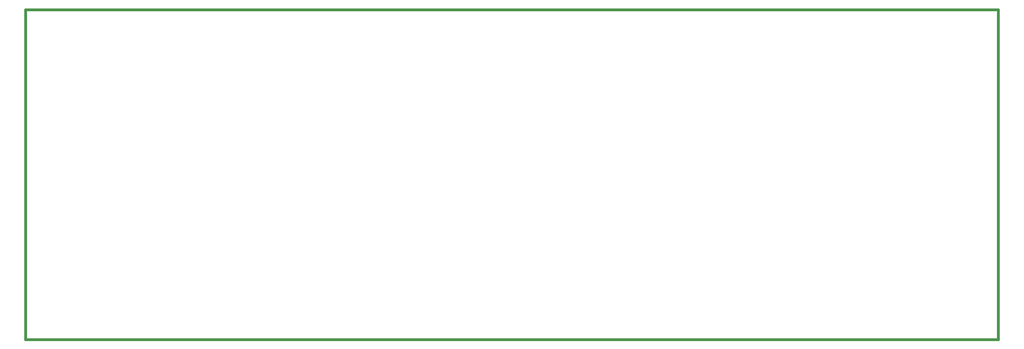
<source format=gbr>
G04 (created by PCBNEW (2013-07-07 BZR 4022)-stable) date 10/06/2014 08:12:37*
%MOIN*%
G04 Gerber Fmt 3.4, Leading zero omitted, Abs format*
%FSLAX34Y34*%
G01*
G70*
G90*
G04 APERTURE LIST*
%ADD10C,0.00590551*%
%ADD11C,0.015*%
G04 APERTURE END LIST*
G54D10*
G54D11*
X21500Y-23000D02*
X79000Y-23000D01*
X79000Y-42500D02*
X21500Y-42500D01*
X79000Y-42500D02*
X79000Y-23000D01*
X21500Y-42500D02*
X21500Y-23000D01*
M02*

</source>
